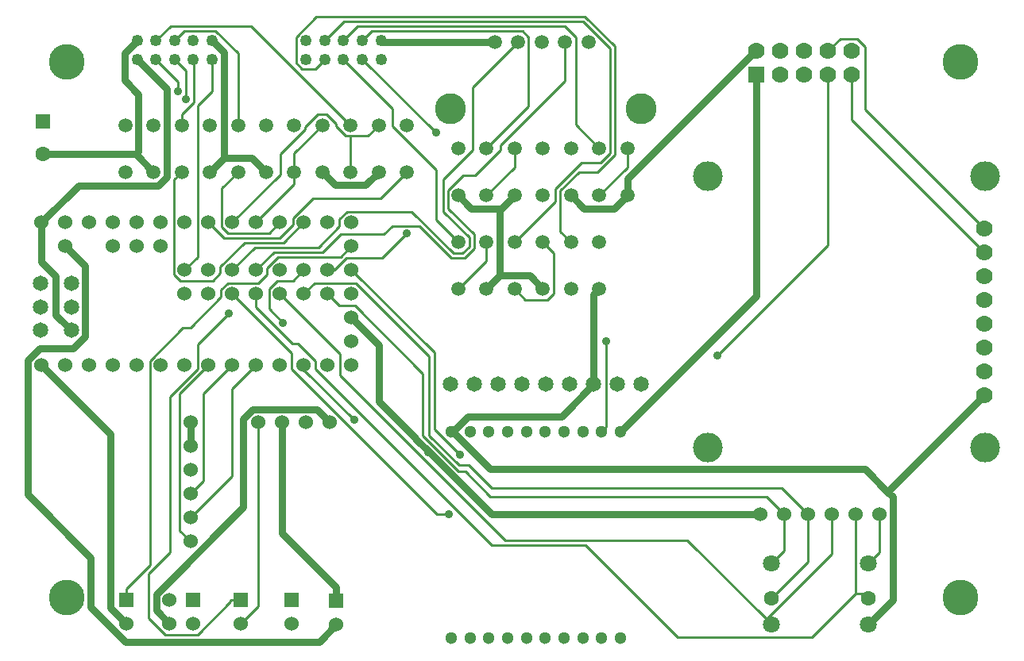
<source format=gbl>
G04 (created by PCBNEW (2013-jul-07)-stable) date Tue 28 Apr 2015 09:29:23 AM PDT*
%MOIN*%
G04 Gerber Fmt 3.4, Leading zero omitted, Abs format*
%FSLAX34Y34*%
G01*
G70*
G90*
G04 APERTURE LIST*
%ADD10C,0.00590551*%
%ADD11C,0.0511811*%
%ADD12C,0.06*%
%ADD13R,0.06X0.06*%
%ADD14C,0.0629921*%
%ADD15C,0.0708661*%
%ADD16C,0.065*%
%ADD17C,0.13*%
%ADD18C,0.07*%
%ADD19C,0.125*%
%ADD20R,0.063X0.063*%
%ADD21C,0.063*%
%ADD22R,0.07X0.07*%
%ADD23C,0.0590551*%
%ADD24C,0.0492126*%
%ADD25C,0.15*%
%ADD26C,0.035*%
%ADD27C,0.03*%
%ADD28C,0.01*%
G04 APERTURE END LIST*
G54D10*
G54D11*
X35728Y-28051D03*
X34940Y-28051D03*
X34153Y-28051D03*
X33366Y-28051D03*
X32578Y-28051D03*
X31791Y-28051D03*
X31003Y-28051D03*
X30216Y-28051D03*
X29429Y-28051D03*
X28641Y-28051D03*
X28641Y-36712D03*
X29429Y-36712D03*
X30216Y-36712D03*
X31003Y-36712D03*
X31791Y-36712D03*
X32578Y-36712D03*
X33366Y-36712D03*
X34153Y-36712D03*
X34940Y-36712D03*
X35728Y-36712D03*
G54D12*
X41594Y-31496D03*
X42594Y-31496D03*
X43594Y-31496D03*
X44594Y-31496D03*
X45594Y-31496D03*
X46594Y-31496D03*
X20550Y-27650D03*
X21550Y-27650D03*
X22550Y-27650D03*
X23550Y-27650D03*
G54D13*
X17807Y-35100D03*
G54D12*
X17807Y-36100D03*
X16807Y-35100D03*
X16807Y-36100D03*
G54D13*
X21920Y-35100D03*
G54D12*
X21920Y-36100D03*
G54D13*
X23818Y-35129D03*
G54D12*
X23818Y-36129D03*
G54D13*
X19815Y-35100D03*
G54D12*
X19815Y-36100D03*
X17700Y-27650D03*
X17700Y-28650D03*
X17700Y-29650D03*
X17700Y-30650D03*
X17700Y-31650D03*
X17700Y-32650D03*
G54D14*
X42066Y-35039D03*
X46122Y-35039D03*
G54D15*
X42066Y-33582D03*
X42070Y-36141D03*
X46122Y-33582D03*
X46122Y-36141D03*
G54D16*
X12700Y-23780D03*
X12700Y-22800D03*
X12700Y-21820D03*
X11400Y-21820D03*
X11400Y-22800D03*
X11400Y-23780D03*
X28618Y-26043D03*
X29618Y-26043D03*
X30618Y-26043D03*
X31618Y-26043D03*
X32618Y-26043D03*
X33618Y-26043D03*
X34618Y-26043D03*
X35618Y-26043D03*
G54D17*
X28618Y-14483D03*
X36618Y-14483D03*
G54D16*
X36618Y-26043D03*
G54D18*
X51000Y-19500D03*
X51000Y-20500D03*
X51000Y-21500D03*
X51000Y-22500D03*
X51000Y-23500D03*
X51000Y-24500D03*
X51000Y-25500D03*
X51000Y-26500D03*
G54D19*
X51030Y-17290D03*
X51030Y-28710D03*
X39410Y-17290D03*
X39410Y-28710D03*
G54D20*
X11500Y-15011D03*
G54D21*
X11500Y-16389D03*
G54D13*
X15000Y-35100D03*
G54D12*
X15000Y-36100D03*
G54D22*
X41450Y-13050D03*
G54D18*
X41450Y-12050D03*
X42450Y-13050D03*
X42450Y-12050D03*
X43450Y-13050D03*
X43450Y-12050D03*
X44450Y-13050D03*
X44450Y-12050D03*
X45450Y-13050D03*
X45450Y-12050D03*
G54D12*
X11450Y-25250D03*
X12450Y-25250D03*
X13450Y-25250D03*
X14450Y-25250D03*
X15450Y-25250D03*
X16450Y-25250D03*
X17450Y-25250D03*
X18450Y-25250D03*
X19450Y-25250D03*
X20450Y-25250D03*
X21450Y-25250D03*
X22450Y-25250D03*
X23450Y-25250D03*
X24450Y-25250D03*
X24450Y-24250D03*
X24450Y-23250D03*
X24450Y-22250D03*
X24450Y-21250D03*
X24450Y-20250D03*
X24450Y-19250D03*
X23450Y-19250D03*
X22450Y-19250D03*
X21450Y-19250D03*
X20450Y-19250D03*
X19450Y-19250D03*
X18450Y-19250D03*
X17450Y-19250D03*
X16450Y-19250D03*
X15450Y-19250D03*
X14450Y-19250D03*
X13450Y-19250D03*
X12450Y-19250D03*
X11450Y-19250D03*
X17450Y-22250D03*
X18450Y-22250D03*
X19450Y-22250D03*
X20450Y-22250D03*
X21450Y-22250D03*
X22450Y-22250D03*
X23450Y-22250D03*
X23450Y-21250D03*
X22450Y-21250D03*
X21450Y-21250D03*
X20450Y-21250D03*
X19450Y-21250D03*
X18450Y-21250D03*
X17450Y-21250D03*
X16450Y-20250D03*
X15450Y-20250D03*
X14450Y-20250D03*
X12450Y-20250D03*
G54D23*
X16141Y-15157D03*
X16141Y-17125D03*
X17322Y-15157D03*
X17322Y-17125D03*
X18503Y-15157D03*
X18503Y-17125D03*
X19685Y-15157D03*
X19685Y-17125D03*
X20866Y-15157D03*
X20866Y-17125D03*
X22047Y-15157D03*
X22047Y-17125D03*
X23228Y-15157D03*
X23228Y-17125D03*
X24409Y-15157D03*
X24409Y-17125D03*
X25590Y-15157D03*
X25590Y-17125D03*
X26771Y-15157D03*
X26771Y-17125D03*
X28937Y-16141D03*
X28937Y-18110D03*
X14960Y-15157D03*
X14960Y-17125D03*
X31299Y-16141D03*
X31299Y-18110D03*
X32480Y-16141D03*
X32480Y-18110D03*
X33661Y-16141D03*
X33661Y-18110D03*
X34842Y-16141D03*
X34842Y-18110D03*
X36023Y-16141D03*
X36023Y-18110D03*
X28937Y-20078D03*
X28937Y-22047D03*
X30118Y-20078D03*
X30118Y-22047D03*
X31299Y-20078D03*
X31299Y-22047D03*
X32480Y-20078D03*
X32480Y-22047D03*
X33661Y-20078D03*
X33661Y-22047D03*
X34842Y-20078D03*
X34842Y-22047D03*
X30118Y-16141D03*
X30118Y-18110D03*
G54D24*
X22539Y-12401D03*
X22539Y-11614D03*
X23326Y-12401D03*
X23326Y-11614D03*
X24114Y-12401D03*
X24114Y-11614D03*
X24901Y-12401D03*
X24901Y-11614D03*
X25688Y-12401D03*
X25688Y-11614D03*
X15452Y-12401D03*
X15452Y-11614D03*
X16240Y-12401D03*
X16240Y-11614D03*
X17027Y-12401D03*
X17027Y-11614D03*
X17814Y-12401D03*
X17814Y-11614D03*
X18602Y-12401D03*
X18602Y-11614D03*
G54D23*
X30452Y-11673D03*
X31437Y-11673D03*
X32421Y-11673D03*
X33405Y-11673D03*
X34389Y-11673D03*
G54D25*
X12500Y-12500D03*
X12500Y-35000D03*
X50000Y-12500D03*
X50000Y-35000D03*
G54D26*
X27675Y-28903D03*
X17498Y-14073D03*
X17171Y-13747D03*
X27989Y-15489D03*
X19316Y-23064D03*
X28550Y-31498D03*
X39804Y-24836D03*
X28988Y-28992D03*
X26776Y-19716D03*
X21582Y-23477D03*
X24565Y-27549D03*
X35137Y-24224D03*
G54D27*
X41450Y-13050D02*
X41450Y-13650D01*
X41450Y-22329D02*
X35728Y-28051D01*
X41450Y-13650D02*
X41450Y-22329D01*
X22997Y-27097D02*
X23550Y-27650D01*
X20318Y-27097D02*
X22997Y-27097D01*
X19914Y-27502D02*
X20318Y-27097D01*
X19914Y-31213D02*
X19914Y-27502D01*
X16257Y-34870D02*
X19914Y-31213D01*
X16257Y-35549D02*
X16257Y-34870D01*
X16807Y-36100D02*
X16257Y-35549D01*
G54D28*
X20550Y-35365D02*
X20550Y-27650D01*
X19815Y-36100D02*
X20550Y-35365D01*
G54D27*
X27693Y-28885D02*
X27675Y-28903D01*
X27139Y-28331D02*
X27693Y-28885D01*
X27139Y-28312D02*
X27139Y-28331D01*
X25595Y-26769D02*
X27139Y-28312D01*
X25595Y-24395D02*
X25595Y-26769D01*
X24450Y-23250D02*
X25595Y-24395D01*
X30322Y-31496D02*
X41594Y-31496D01*
X28842Y-30016D02*
X30322Y-31496D01*
X28823Y-30016D02*
X28842Y-30016D01*
X27693Y-28885D02*
X28823Y-30016D01*
X13000Y-17699D02*
X11450Y-19250D01*
X16342Y-17699D02*
X13000Y-17699D01*
X16689Y-17353D02*
X16342Y-17699D01*
X16689Y-13638D02*
X16689Y-17353D01*
X15452Y-12401D02*
X16689Y-13638D01*
X12050Y-23130D02*
X12700Y-23780D01*
X12050Y-21519D02*
X12050Y-23130D01*
X11450Y-20919D02*
X12050Y-21519D01*
X11450Y-19250D02*
X11450Y-20919D01*
X21550Y-32310D02*
X23818Y-34579D01*
X21550Y-27650D02*
X21550Y-32310D01*
X23818Y-35129D02*
X23818Y-34579D01*
G54D28*
X15999Y-33650D02*
X15000Y-34649D01*
X15999Y-25063D02*
X15999Y-33650D01*
X17384Y-23679D02*
X15999Y-25063D01*
X17687Y-23679D02*
X17384Y-23679D01*
X18979Y-22387D02*
X17687Y-23679D01*
X18979Y-22084D02*
X18979Y-22387D01*
X19263Y-21799D02*
X18979Y-22084D01*
X20539Y-21799D02*
X19263Y-21799D01*
X20900Y-21439D02*
X20539Y-21799D01*
X20900Y-21158D02*
X20900Y-21439D01*
X21355Y-20703D02*
X20900Y-21158D01*
X23996Y-20703D02*
X21355Y-20703D01*
X24450Y-20250D02*
X23996Y-20703D01*
X15000Y-35100D02*
X15000Y-34649D01*
X17322Y-14708D02*
X17322Y-15157D01*
X17835Y-14195D02*
X17322Y-14708D01*
X17835Y-12422D02*
X17835Y-14195D01*
X17814Y-12401D02*
X17835Y-12422D01*
X21599Y-20100D02*
X22450Y-19250D01*
X19962Y-20100D02*
X21599Y-20100D01*
X18947Y-21114D02*
X19962Y-20100D01*
X18947Y-21388D02*
X18947Y-21114D01*
X18636Y-21700D02*
X18947Y-21388D01*
X17259Y-21700D02*
X18636Y-21700D01*
X16999Y-21440D02*
X17259Y-21700D01*
X16999Y-17449D02*
X16999Y-21440D01*
X17322Y-17125D02*
X16999Y-17449D01*
X17498Y-12872D02*
X17498Y-14073D01*
X17027Y-12401D02*
X17498Y-12872D01*
X22047Y-17652D02*
X22047Y-17125D01*
X20450Y-19250D02*
X22047Y-17652D01*
X22047Y-16338D02*
X23228Y-15157D01*
X22047Y-17125D02*
X22047Y-16338D01*
X17171Y-13747D02*
X17171Y-13747D01*
X17171Y-13333D02*
X17171Y-13747D01*
X16240Y-12401D02*
X17171Y-13333D01*
X19100Y-19900D02*
X18450Y-19250D01*
X21437Y-19900D02*
X19100Y-19900D01*
X21999Y-19337D02*
X21437Y-19900D01*
X21999Y-19063D02*
X21999Y-19337D01*
X22837Y-18225D02*
X21999Y-19063D01*
X25672Y-18225D02*
X22837Y-18225D01*
X26771Y-17125D02*
X25672Y-18225D01*
X24901Y-12401D02*
X27989Y-15489D01*
X28007Y-19149D02*
X28937Y-20078D01*
X28007Y-17024D02*
X28007Y-19149D01*
X26181Y-15197D02*
X28007Y-17024D01*
X26181Y-14468D02*
X26181Y-15197D01*
X24114Y-12401D02*
X26181Y-14468D01*
X30118Y-20866D02*
X30118Y-20078D01*
X28937Y-22047D02*
X30118Y-20866D01*
X22924Y-12804D02*
X23326Y-12401D01*
X22375Y-12804D02*
X22924Y-12804D01*
X22120Y-12549D02*
X22375Y-12804D01*
X22120Y-11467D02*
X22120Y-12549D01*
X22978Y-10610D02*
X22120Y-11467D01*
X34247Y-10610D02*
X22978Y-10610D01*
X35491Y-11854D02*
X34247Y-10610D01*
X35491Y-16419D02*
X35491Y-11854D01*
X34769Y-17142D02*
X35491Y-16419D01*
X33990Y-17142D02*
X34769Y-17142D01*
X33213Y-17918D02*
X33990Y-17142D01*
X33213Y-19631D02*
X33213Y-17918D01*
X33661Y-20078D02*
X33213Y-19631D01*
X17999Y-24381D02*
X19316Y-23064D01*
X17999Y-25417D02*
X17999Y-24381D01*
X16832Y-26584D02*
X17999Y-25417D01*
X16832Y-33100D02*
X16832Y-26584D01*
X15938Y-33994D02*
X16832Y-33100D01*
X15938Y-35873D02*
X15938Y-33994D01*
X16627Y-36561D02*
X15938Y-35873D01*
X17988Y-36561D02*
X16627Y-36561D01*
X19365Y-35184D02*
X17988Y-36561D01*
X19365Y-35100D02*
X19365Y-35184D01*
X19815Y-35100D02*
X19365Y-35100D01*
X42594Y-33055D02*
X42594Y-31496D01*
X42066Y-33582D02*
X42594Y-33055D01*
X41862Y-30763D02*
X42594Y-31496D01*
X30278Y-30763D02*
X41862Y-30763D01*
X29231Y-29716D02*
X30278Y-30763D01*
X28948Y-29716D02*
X29231Y-29716D01*
X27439Y-28207D02*
X28948Y-29716D01*
X27439Y-25601D02*
X27439Y-28207D01*
X24588Y-22750D02*
X27439Y-25601D01*
X23950Y-22750D02*
X24588Y-22750D01*
X23450Y-22250D02*
X23950Y-22750D01*
X43594Y-33511D02*
X43594Y-31496D01*
X42066Y-35039D02*
X43594Y-33511D01*
X42507Y-30409D02*
X43594Y-31496D01*
X30327Y-30409D02*
X42507Y-30409D01*
X29363Y-29445D02*
X30327Y-30409D01*
X28960Y-29445D02*
X29363Y-29445D01*
X27710Y-28194D02*
X28960Y-29445D01*
X27710Y-24870D02*
X27710Y-28194D01*
X24632Y-21793D02*
X27710Y-24870D01*
X22906Y-21793D02*
X24632Y-21793D01*
X22450Y-22250D02*
X22906Y-21793D01*
X44594Y-33180D02*
X44594Y-31496D01*
X41852Y-35922D02*
X44594Y-33180D01*
X38521Y-32592D02*
X41852Y-35922D01*
X30904Y-32592D02*
X38521Y-32592D01*
X23974Y-25662D02*
X30904Y-32592D01*
X23974Y-24774D02*
X23974Y-25662D01*
X21450Y-22250D02*
X23974Y-24774D01*
X41852Y-35922D02*
X42070Y-36141D01*
X46594Y-33110D02*
X46122Y-33582D01*
X46594Y-31496D02*
X46594Y-33110D01*
X28035Y-31498D02*
X28550Y-31498D01*
X21950Y-25413D02*
X28035Y-31498D01*
X21950Y-24750D02*
X21950Y-25413D01*
X19450Y-22250D02*
X21950Y-24750D01*
X45594Y-34837D02*
X45594Y-31496D01*
X43770Y-36660D02*
X45594Y-34837D01*
X38130Y-36660D02*
X43770Y-36660D01*
X34261Y-32792D02*
X38130Y-36660D01*
X30321Y-32792D02*
X34261Y-32792D01*
X22950Y-25420D02*
X30321Y-32792D01*
X22950Y-25085D02*
X22950Y-25420D01*
X22198Y-24333D02*
X22950Y-25085D01*
X21978Y-24333D02*
X22198Y-24333D01*
X20450Y-22804D02*
X21978Y-24333D01*
X20450Y-22250D02*
X20450Y-22804D01*
X45919Y-34837D02*
X46122Y-35039D01*
X45594Y-34837D02*
X45919Y-34837D01*
X17248Y-26451D02*
X18450Y-25250D01*
X17248Y-32198D02*
X17248Y-26451D01*
X17700Y-32650D02*
X17248Y-32198D01*
X19447Y-26252D02*
X20450Y-25250D01*
X19447Y-29902D02*
X19447Y-26252D01*
X17700Y-31650D02*
X19447Y-29902D01*
X18249Y-30100D02*
X17700Y-30650D01*
X18249Y-26450D02*
X18249Y-30100D01*
X19450Y-25250D02*
X18249Y-26450D01*
X44450Y-20190D02*
X39804Y-24836D01*
X44450Y-13050D02*
X44450Y-20190D01*
X44963Y-11536D02*
X44450Y-12050D01*
X45656Y-11536D02*
X44963Y-11536D01*
X45991Y-11870D02*
X45656Y-11536D01*
X45991Y-14491D02*
X45991Y-11870D01*
X51000Y-19500D02*
X45991Y-14491D01*
X27920Y-24720D02*
X24450Y-21250D01*
X27920Y-27924D02*
X27920Y-24720D01*
X28988Y-28992D02*
X27920Y-27924D01*
X21196Y-20503D02*
X20450Y-21250D01*
X23246Y-20503D02*
X21196Y-20503D01*
X23999Y-19750D02*
X23246Y-20503D01*
X25806Y-19750D02*
X23999Y-19750D01*
X26165Y-19391D02*
X25806Y-19750D01*
X27300Y-19391D02*
X26165Y-19391D01*
X28638Y-20729D02*
X27300Y-19391D01*
X29200Y-20729D02*
X28638Y-20729D01*
X29586Y-20343D02*
X29200Y-20729D01*
X29586Y-19754D02*
X29586Y-20343D01*
X28491Y-18659D02*
X29586Y-19754D01*
X28491Y-17911D02*
X28491Y-18659D01*
X29134Y-17268D02*
X28491Y-17911D01*
X29635Y-17268D02*
X29134Y-17268D01*
X30708Y-16194D02*
X29635Y-17268D01*
X30708Y-15998D02*
X30708Y-16194D01*
X33405Y-13301D02*
X30708Y-15998D01*
X33405Y-11673D02*
X33405Y-13301D01*
X20399Y-20300D02*
X19450Y-21250D01*
X23063Y-20300D02*
X20399Y-20300D01*
X23950Y-19414D02*
X23063Y-20300D01*
X23950Y-19106D02*
X23950Y-19414D01*
X24264Y-18792D02*
X23950Y-19106D01*
X26984Y-18792D02*
X24264Y-18792D01*
X28721Y-20529D02*
X26984Y-18792D01*
X29117Y-20529D02*
X28721Y-20529D01*
X29386Y-20260D02*
X29117Y-20529D01*
X29386Y-19887D02*
X29386Y-20260D01*
X28291Y-18792D02*
X29386Y-19887D01*
X28291Y-17448D02*
X28291Y-18792D01*
X29527Y-16212D02*
X28291Y-17448D01*
X29527Y-13582D02*
X29527Y-16212D01*
X31437Y-11673D02*
X29527Y-13582D01*
X45450Y-14950D02*
X51000Y-20500D01*
X45450Y-13050D02*
X45450Y-14950D01*
X25743Y-20750D02*
X26776Y-19716D01*
X24233Y-20750D02*
X25743Y-20750D01*
X23733Y-21250D02*
X24233Y-20750D01*
X23450Y-21250D02*
X23733Y-21250D01*
X21999Y-21700D02*
X22450Y-21250D01*
X21328Y-21700D02*
X21999Y-21700D01*
X20987Y-22040D02*
X21328Y-21700D01*
X20987Y-22882D02*
X20987Y-22040D01*
X21582Y-23477D02*
X20987Y-22882D01*
X17999Y-20700D02*
X17450Y-21250D01*
X17999Y-14354D02*
X17999Y-20700D01*
X18602Y-13752D02*
X17999Y-14354D01*
X18602Y-12401D02*
X18602Y-13752D01*
G54D27*
X23087Y-36861D02*
X23818Y-36129D01*
X14978Y-36861D02*
X23087Y-36861D01*
X13516Y-35399D02*
X14978Y-36861D01*
X13516Y-33329D02*
X13516Y-35399D01*
X10875Y-30688D02*
X13516Y-33329D01*
X10875Y-25044D02*
X10875Y-30688D01*
X11379Y-24540D02*
X10875Y-25044D01*
X12765Y-24540D02*
X11379Y-24540D01*
X13279Y-24025D02*
X12765Y-24540D01*
X13279Y-21079D02*
X13279Y-24025D01*
X12450Y-20250D02*
X13279Y-21079D01*
G54D28*
X19685Y-12136D02*
X19685Y-15157D01*
X18740Y-11192D02*
X19685Y-12136D01*
X17449Y-11192D02*
X18740Y-11192D01*
X17027Y-11614D02*
X17449Y-11192D01*
X20999Y-19700D02*
X21450Y-19250D01*
X19259Y-19700D02*
X20999Y-19700D01*
X18993Y-19434D02*
X19259Y-19700D01*
X18993Y-17817D02*
X18993Y-19434D01*
X19685Y-17125D02*
X18993Y-17817D01*
X20243Y-10991D02*
X24409Y-15157D01*
X16862Y-10991D02*
X20243Y-10991D01*
X16240Y-11614D02*
X16862Y-10991D01*
X24409Y-15602D02*
X24409Y-17125D01*
X25145Y-15602D02*
X24409Y-15602D01*
X25590Y-15157D02*
X25145Y-15602D01*
X21456Y-17243D02*
X19450Y-19250D01*
X21456Y-16386D02*
X21456Y-17243D01*
X22499Y-15343D02*
X21456Y-16386D01*
X22499Y-15247D02*
X22499Y-15343D01*
X23049Y-14698D02*
X22499Y-15247D01*
X23411Y-14698D02*
X23049Y-14698D01*
X23818Y-15105D02*
X23411Y-14698D01*
X23818Y-15222D02*
X23818Y-15105D01*
X24199Y-15602D02*
X23818Y-15222D01*
X24409Y-15602D02*
X24199Y-15602D01*
X31884Y-14375D02*
X30118Y-16141D01*
X31884Y-11474D02*
X31884Y-14375D01*
X31622Y-11212D02*
X31884Y-11474D01*
X25303Y-11212D02*
X31622Y-11212D01*
X24901Y-11614D02*
X25303Y-11212D01*
X31299Y-16929D02*
X31299Y-16141D01*
X30118Y-18110D02*
X31299Y-16929D01*
X33855Y-15154D02*
X34842Y-16141D01*
X33855Y-11477D02*
X33855Y-15154D01*
X33390Y-11012D02*
X33855Y-11477D01*
X24716Y-11012D02*
X33390Y-11012D01*
X24114Y-11614D02*
X24716Y-11012D01*
X36023Y-16929D02*
X36023Y-16141D01*
X34842Y-18110D02*
X36023Y-16929D01*
X24130Y-10810D02*
X23326Y-11614D01*
X34165Y-10810D02*
X24130Y-10810D01*
X35291Y-11937D02*
X34165Y-10810D01*
X35291Y-16336D02*
X35291Y-11937D01*
X34898Y-16729D02*
X35291Y-16336D01*
X34106Y-16729D02*
X34898Y-16729D01*
X32995Y-17841D02*
X34106Y-16729D01*
X32995Y-18382D02*
X32995Y-17841D01*
X31299Y-20078D02*
X32995Y-18382D01*
X31745Y-22493D02*
X31299Y-22047D01*
X32680Y-22493D02*
X31745Y-22493D01*
X32927Y-22246D02*
X32680Y-22493D01*
X32927Y-20526D02*
X32927Y-22246D01*
X32480Y-20078D02*
X32927Y-20526D01*
X22450Y-25434D02*
X24565Y-27549D01*
X22450Y-25250D02*
X22450Y-25434D01*
X35137Y-27854D02*
X34940Y-28051D01*
X35137Y-24224D02*
X35137Y-27854D01*
G54D27*
X17700Y-28650D02*
X17700Y-27650D01*
X25044Y-17672D02*
X25590Y-17125D01*
X23774Y-17672D02*
X25044Y-17672D01*
X23228Y-17125D02*
X23774Y-17672D01*
X14332Y-35432D02*
X15000Y-36100D01*
X14332Y-28132D02*
X14332Y-35432D01*
X11450Y-25250D02*
X14332Y-28132D01*
X15514Y-16279D02*
X15404Y-16389D01*
X15514Y-13861D02*
X15514Y-16279D01*
X14940Y-13287D02*
X15514Y-13861D01*
X14940Y-12126D02*
X14940Y-13287D01*
X15452Y-11614D02*
X14940Y-12126D01*
X16141Y-17125D02*
X15404Y-16389D01*
X15404Y-16389D02*
X11500Y-16389D01*
X34618Y-22271D02*
X34618Y-26043D01*
X34842Y-22047D02*
X34618Y-22271D01*
X29333Y-27409D02*
X28702Y-28040D01*
X33252Y-27409D02*
X29333Y-27409D01*
X34618Y-26043D02*
X33252Y-27409D01*
X28652Y-28040D02*
X28702Y-28040D01*
X28641Y-28051D02*
X28652Y-28040D01*
X46938Y-30561D02*
X51000Y-26500D01*
X47153Y-35109D02*
X46122Y-36141D01*
X47153Y-30777D02*
X47153Y-35109D01*
X46938Y-30561D02*
X47153Y-30777D01*
X29484Y-18657D02*
X30675Y-18657D01*
X28937Y-18110D02*
X29484Y-18657D01*
X30751Y-18657D02*
X31299Y-18110D01*
X30675Y-18657D02*
X30751Y-18657D01*
X31923Y-21489D02*
X30675Y-21489D01*
X32480Y-22047D02*
X31923Y-21489D01*
X30675Y-18657D02*
X30675Y-21489D01*
X30675Y-21489D02*
X30118Y-22047D01*
X45991Y-29614D02*
X46938Y-30561D01*
X30276Y-29614D02*
X45991Y-29614D01*
X28702Y-28040D02*
X30276Y-29614D01*
X25748Y-11673D02*
X25688Y-11614D01*
X30452Y-11673D02*
X25748Y-11673D01*
X20264Y-16523D02*
X20866Y-17125D01*
X19106Y-16523D02*
X20264Y-16523D01*
X19106Y-12117D02*
X19106Y-16523D01*
X18602Y-11614D02*
X19106Y-12117D01*
X19106Y-16523D02*
X18503Y-17125D01*
X35476Y-18657D02*
X36023Y-18110D01*
X34208Y-18657D02*
X35476Y-18657D01*
X33661Y-18110D02*
X34208Y-18657D01*
X41391Y-12050D02*
X41450Y-12050D01*
X36023Y-17417D02*
X41391Y-12050D01*
X36023Y-18110D02*
X36023Y-17417D01*
M02*

</source>
